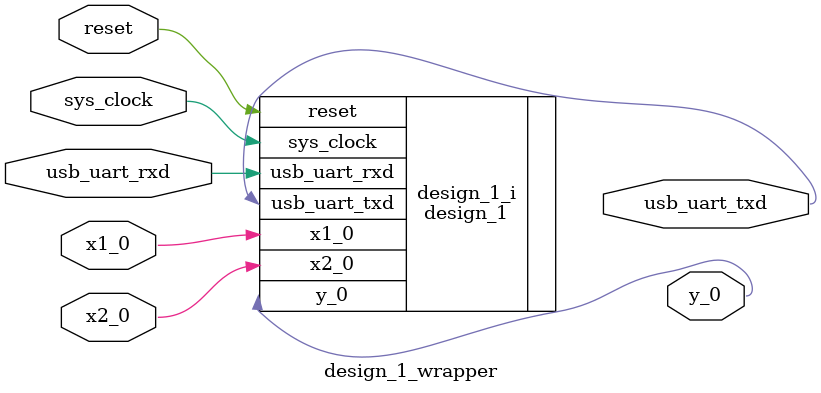
<source format=v>
`timescale 1 ps / 1 ps

module design_1_wrapper
   (reset,
    sys_clock,
    usb_uart_rxd,
    usb_uart_txd,
    x1_0,
    x2_0,
    y_0);
  input reset;
  input sys_clock;
  input usb_uart_rxd;
  output usb_uart_txd;
  input x1_0;
  input x2_0;
  output y_0;

  wire reset;
  wire sys_clock;
  wire usb_uart_rxd;
  wire usb_uart_txd;
  wire x1_0;
  wire x2_0;
  wire y_0;

  design_1 design_1_i
       (.reset(reset),
        .sys_clock(sys_clock),
        .usb_uart_rxd(usb_uart_rxd),
        .usb_uart_txd(usb_uart_txd),
        .x1_0(x1_0),
        .x2_0(x2_0),
        .y_0(y_0));
endmodule

</source>
